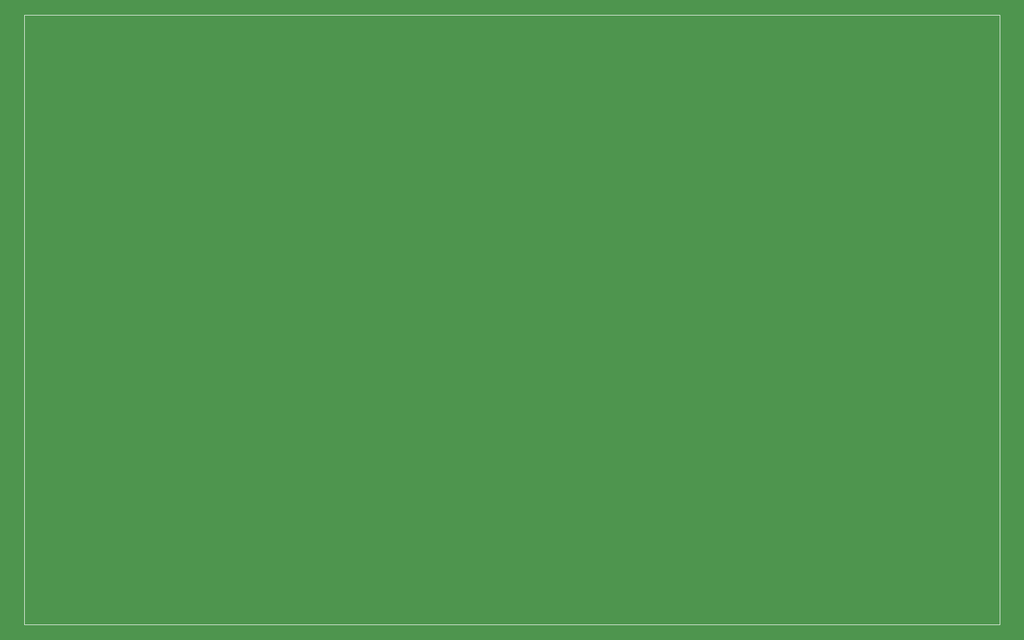
<source format=gbr>
G04 Generated by Ultiboard 13.0 *
%IPNEG*%
%FSLAX25Y25*%
%MOIN*%

%ADD11C,0.00004*%


G04 ColorRGB 00FFFF for the following layer *
%LNBoard Outline*%
%LPD*%
G54D10*
G54D11*
X0Y0D02*
X629921Y0D01*
X629921Y393701D01*
X0Y393701D01*
X0Y0D01*

M02*

</source>
